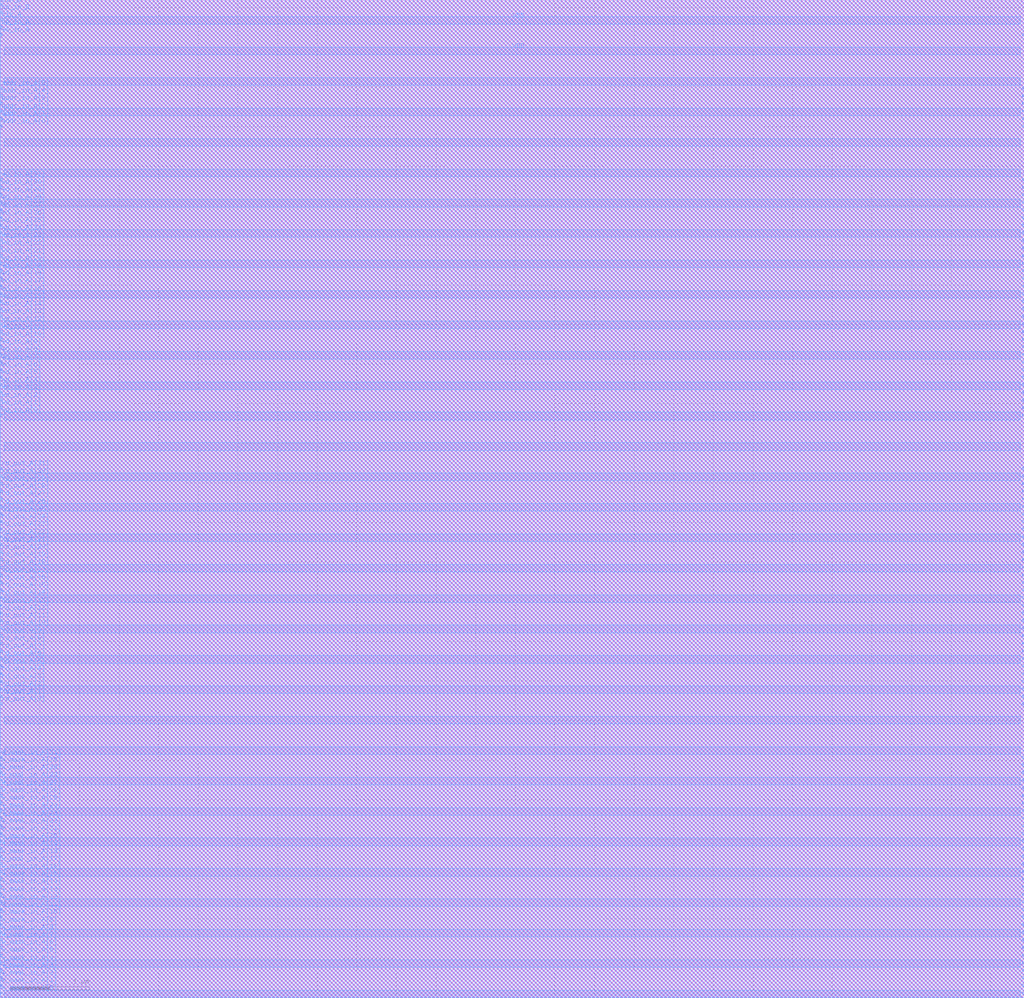
<source format=lef>
# Generated by FakeRAM 2.0
VERSION 5.7 ;
BUSBITCHARS "[]" ;
PROPERTYDEFINITIONS
  MACRO width INTEGER ;
  MACRO depth INTEGER ;
  MACRO banks INTEGER ;
END PROPERTYDEFINITIONS
MACRO fakeram7_tdp_64x32
  PROPERTY width 32 ;
  PROPERTY depth 64 ;
  PROPERTY banks 2 ;
  FOREIGN fakeram7_tdp_64x32 0 0 ;
  SYMMETRY X Y ;
  SIZE 12.920 BY 12.600 ;
  CLASS BLOCK ;
  PIN w_mask_in_A[0]
    DIRECTION INPUT ;
    USE SIGNAL ;
    SHAPE ABUTMENT ;
    PORT
      LAYER M4 ;
      RECT 0.000 0.048 0.024 0.072 ;
    END
  END w_mask_in_A[0]
  PIN w_mask_in_B[0]
    DIRECTION INPUT ;
    USE SIGNAL ;
    SHAPE ABUTMENT ;
    PORT
      LAYER M4 ;
      RECT 12.896 0.048 12.920 0.072 ;
    END
  END w_mask_in_B[0]
  PIN w_mask_in_A[1]
    DIRECTION INPUT ;
    USE SIGNAL ;
    SHAPE ABUTMENT ;
    PORT
      LAYER M4 ;
      RECT 0.000 0.144 0.024 0.168 ;
    END
  END w_mask_in_A[1]
  PIN w_mask_in_B[1]
    DIRECTION INPUT ;
    USE SIGNAL ;
    SHAPE ABUTMENT ;
    PORT
      LAYER M4 ;
      RECT 12.896 0.144 12.920 0.168 ;
    END
  END w_mask_in_B[1]
  PIN w_mask_in_A[2]
    DIRECTION INPUT ;
    USE SIGNAL ;
    SHAPE ABUTMENT ;
    PORT
      LAYER M4 ;
      RECT 0.000 0.240 0.024 0.264 ;
    END
  END w_mask_in_A[2]
  PIN w_mask_in_B[2]
    DIRECTION INPUT ;
    USE SIGNAL ;
    SHAPE ABUTMENT ;
    PORT
      LAYER M4 ;
      RECT 12.896 0.240 12.920 0.264 ;
    END
  END w_mask_in_B[2]
  PIN w_mask_in_A[3]
    DIRECTION INPUT ;
    USE SIGNAL ;
    SHAPE ABUTMENT ;
    PORT
      LAYER M4 ;
      RECT 0.000 0.336 0.024 0.360 ;
    END
  END w_mask_in_A[3]
  PIN w_mask_in_B[3]
    DIRECTION INPUT ;
    USE SIGNAL ;
    SHAPE ABUTMENT ;
    PORT
      LAYER M4 ;
      RECT 12.896 0.336 12.920 0.360 ;
    END
  END w_mask_in_B[3]
  PIN w_mask_in_A[4]
    DIRECTION INPUT ;
    USE SIGNAL ;
    SHAPE ABUTMENT ;
    PORT
      LAYER M4 ;
      RECT 0.000 0.432 0.024 0.456 ;
    END
  END w_mask_in_A[4]
  PIN w_mask_in_B[4]
    DIRECTION INPUT ;
    USE SIGNAL ;
    SHAPE ABUTMENT ;
    PORT
      LAYER M4 ;
      RECT 12.896 0.432 12.920 0.456 ;
    END
  END w_mask_in_B[4]
  PIN w_mask_in_A[5]
    DIRECTION INPUT ;
    USE SIGNAL ;
    SHAPE ABUTMENT ;
    PORT
      LAYER M4 ;
      RECT 0.000 0.528 0.024 0.552 ;
    END
  END w_mask_in_A[5]
  PIN w_mask_in_B[5]
    DIRECTION INPUT ;
    USE SIGNAL ;
    SHAPE ABUTMENT ;
    PORT
      LAYER M4 ;
      RECT 12.896 0.528 12.920 0.552 ;
    END
  END w_mask_in_B[5]
  PIN w_mask_in_A[6]
    DIRECTION INPUT ;
    USE SIGNAL ;
    SHAPE ABUTMENT ;
    PORT
      LAYER M4 ;
      RECT 0.000 0.624 0.024 0.648 ;
    END
  END w_mask_in_A[6]
  PIN w_mask_in_B[6]
    DIRECTION INPUT ;
    USE SIGNAL ;
    SHAPE ABUTMENT ;
    PORT
      LAYER M4 ;
      RECT 12.896 0.624 12.920 0.648 ;
    END
  END w_mask_in_B[6]
  PIN w_mask_in_A[7]
    DIRECTION INPUT ;
    USE SIGNAL ;
    SHAPE ABUTMENT ;
    PORT
      LAYER M4 ;
      RECT 0.000 0.720 0.024 0.744 ;
    END
  END w_mask_in_A[7]
  PIN w_mask_in_B[7]
    DIRECTION INPUT ;
    USE SIGNAL ;
    SHAPE ABUTMENT ;
    PORT
      LAYER M4 ;
      RECT 12.896 0.720 12.920 0.744 ;
    END
  END w_mask_in_B[7]
  PIN w_mask_in_A[8]
    DIRECTION INPUT ;
    USE SIGNAL ;
    SHAPE ABUTMENT ;
    PORT
      LAYER M4 ;
      RECT 0.000 0.816 0.024 0.840 ;
    END
  END w_mask_in_A[8]
  PIN w_mask_in_B[8]
    DIRECTION INPUT ;
    USE SIGNAL ;
    SHAPE ABUTMENT ;
    PORT
      LAYER M4 ;
      RECT 12.896 0.816 12.920 0.840 ;
    END
  END w_mask_in_B[8]
  PIN w_mask_in_A[9]
    DIRECTION INPUT ;
    USE SIGNAL ;
    SHAPE ABUTMENT ;
    PORT
      LAYER M4 ;
      RECT 0.000 0.912 0.024 0.936 ;
    END
  END w_mask_in_A[9]
  PIN w_mask_in_B[9]
    DIRECTION INPUT ;
    USE SIGNAL ;
    SHAPE ABUTMENT ;
    PORT
      LAYER M4 ;
      RECT 12.896 0.912 12.920 0.936 ;
    END
  END w_mask_in_B[9]
  PIN w_mask_in_A[10]
    DIRECTION INPUT ;
    USE SIGNAL ;
    SHAPE ABUTMENT ;
    PORT
      LAYER M4 ;
      RECT 0.000 1.008 0.024 1.032 ;
    END
  END w_mask_in_A[10]
  PIN w_mask_in_B[10]
    DIRECTION INPUT ;
    USE SIGNAL ;
    SHAPE ABUTMENT ;
    PORT
      LAYER M4 ;
      RECT 12.896 1.008 12.920 1.032 ;
    END
  END w_mask_in_B[10]
  PIN w_mask_in_A[11]
    DIRECTION INPUT ;
    USE SIGNAL ;
    SHAPE ABUTMENT ;
    PORT
      LAYER M4 ;
      RECT 0.000 1.104 0.024 1.128 ;
    END
  END w_mask_in_A[11]
  PIN w_mask_in_B[11]
    DIRECTION INPUT ;
    USE SIGNAL ;
    SHAPE ABUTMENT ;
    PORT
      LAYER M4 ;
      RECT 12.896 1.104 12.920 1.128 ;
    END
  END w_mask_in_B[11]
  PIN w_mask_in_A[12]
    DIRECTION INPUT ;
    USE SIGNAL ;
    SHAPE ABUTMENT ;
    PORT
      LAYER M4 ;
      RECT 0.000 1.200 0.024 1.224 ;
    END
  END w_mask_in_A[12]
  PIN w_mask_in_B[12]
    DIRECTION INPUT ;
    USE SIGNAL ;
    SHAPE ABUTMENT ;
    PORT
      LAYER M4 ;
      RECT 12.896 1.200 12.920 1.224 ;
    END
  END w_mask_in_B[12]
  PIN w_mask_in_A[13]
    DIRECTION INPUT ;
    USE SIGNAL ;
    SHAPE ABUTMENT ;
    PORT
      LAYER M4 ;
      RECT 0.000 1.296 0.024 1.320 ;
    END
  END w_mask_in_A[13]
  PIN w_mask_in_B[13]
    DIRECTION INPUT ;
    USE SIGNAL ;
    SHAPE ABUTMENT ;
    PORT
      LAYER M4 ;
      RECT 12.896 1.296 12.920 1.320 ;
    END
  END w_mask_in_B[13]
  PIN w_mask_in_A[14]
    DIRECTION INPUT ;
    USE SIGNAL ;
    SHAPE ABUTMENT ;
    PORT
      LAYER M4 ;
      RECT 0.000 1.392 0.024 1.416 ;
    END
  END w_mask_in_A[14]
  PIN w_mask_in_B[14]
    DIRECTION INPUT ;
    USE SIGNAL ;
    SHAPE ABUTMENT ;
    PORT
      LAYER M4 ;
      RECT 12.896 1.392 12.920 1.416 ;
    END
  END w_mask_in_B[14]
  PIN w_mask_in_A[15]
    DIRECTION INPUT ;
    USE SIGNAL ;
    SHAPE ABUTMENT ;
    PORT
      LAYER M4 ;
      RECT 0.000 1.488 0.024 1.512 ;
    END
  END w_mask_in_A[15]
  PIN w_mask_in_B[15]
    DIRECTION INPUT ;
    USE SIGNAL ;
    SHAPE ABUTMENT ;
    PORT
      LAYER M4 ;
      RECT 12.896 1.488 12.920 1.512 ;
    END
  END w_mask_in_B[15]
  PIN w_mask_in_A[16]
    DIRECTION INPUT ;
    USE SIGNAL ;
    SHAPE ABUTMENT ;
    PORT
      LAYER M4 ;
      RECT 0.000 1.584 0.024 1.608 ;
    END
  END w_mask_in_A[16]
  PIN w_mask_in_B[16]
    DIRECTION INPUT ;
    USE SIGNAL ;
    SHAPE ABUTMENT ;
    PORT
      LAYER M4 ;
      RECT 12.896 1.584 12.920 1.608 ;
    END
  END w_mask_in_B[16]
  PIN w_mask_in_A[17]
    DIRECTION INPUT ;
    USE SIGNAL ;
    SHAPE ABUTMENT ;
    PORT
      LAYER M4 ;
      RECT 0.000 1.680 0.024 1.704 ;
    END
  END w_mask_in_A[17]
  PIN w_mask_in_B[17]
    DIRECTION INPUT ;
    USE SIGNAL ;
    SHAPE ABUTMENT ;
    PORT
      LAYER M4 ;
      RECT 12.896 1.680 12.920 1.704 ;
    END
  END w_mask_in_B[17]
  PIN w_mask_in_A[18]
    DIRECTION INPUT ;
    USE SIGNAL ;
    SHAPE ABUTMENT ;
    PORT
      LAYER M4 ;
      RECT 0.000 1.776 0.024 1.800 ;
    END
  END w_mask_in_A[18]
  PIN w_mask_in_B[18]
    DIRECTION INPUT ;
    USE SIGNAL ;
    SHAPE ABUTMENT ;
    PORT
      LAYER M4 ;
      RECT 12.896 1.776 12.920 1.800 ;
    END
  END w_mask_in_B[18]
  PIN w_mask_in_A[19]
    DIRECTION INPUT ;
    USE SIGNAL ;
    SHAPE ABUTMENT ;
    PORT
      LAYER M4 ;
      RECT 0.000 1.872 0.024 1.896 ;
    END
  END w_mask_in_A[19]
  PIN w_mask_in_B[19]
    DIRECTION INPUT ;
    USE SIGNAL ;
    SHAPE ABUTMENT ;
    PORT
      LAYER M4 ;
      RECT 12.896 1.872 12.920 1.896 ;
    END
  END w_mask_in_B[19]
  PIN w_mask_in_A[20]
    DIRECTION INPUT ;
    USE SIGNAL ;
    SHAPE ABUTMENT ;
    PORT
      LAYER M4 ;
      RECT 0.000 1.968 0.024 1.992 ;
    END
  END w_mask_in_A[20]
  PIN w_mask_in_B[20]
    DIRECTION INPUT ;
    USE SIGNAL ;
    SHAPE ABUTMENT ;
    PORT
      LAYER M4 ;
      RECT 12.896 1.968 12.920 1.992 ;
    END
  END w_mask_in_B[20]
  PIN w_mask_in_A[21]
    DIRECTION INPUT ;
    USE SIGNAL ;
    SHAPE ABUTMENT ;
    PORT
      LAYER M4 ;
      RECT 0.000 2.064 0.024 2.088 ;
    END
  END w_mask_in_A[21]
  PIN w_mask_in_B[21]
    DIRECTION INPUT ;
    USE SIGNAL ;
    SHAPE ABUTMENT ;
    PORT
      LAYER M4 ;
      RECT 12.896 2.064 12.920 2.088 ;
    END
  END w_mask_in_B[21]
  PIN w_mask_in_A[22]
    DIRECTION INPUT ;
    USE SIGNAL ;
    SHAPE ABUTMENT ;
    PORT
      LAYER M4 ;
      RECT 0.000 2.160 0.024 2.184 ;
    END
  END w_mask_in_A[22]
  PIN w_mask_in_B[22]
    DIRECTION INPUT ;
    USE SIGNAL ;
    SHAPE ABUTMENT ;
    PORT
      LAYER M4 ;
      RECT 12.896 2.160 12.920 2.184 ;
    END
  END w_mask_in_B[22]
  PIN w_mask_in_A[23]
    DIRECTION INPUT ;
    USE SIGNAL ;
    SHAPE ABUTMENT ;
    PORT
      LAYER M4 ;
      RECT 0.000 2.256 0.024 2.280 ;
    END
  END w_mask_in_A[23]
  PIN w_mask_in_B[23]
    DIRECTION INPUT ;
    USE SIGNAL ;
    SHAPE ABUTMENT ;
    PORT
      LAYER M4 ;
      RECT 12.896 2.256 12.920 2.280 ;
    END
  END w_mask_in_B[23]
  PIN w_mask_in_A[24]
    DIRECTION INPUT ;
    USE SIGNAL ;
    SHAPE ABUTMENT ;
    PORT
      LAYER M4 ;
      RECT 0.000 2.352 0.024 2.376 ;
    END
  END w_mask_in_A[24]
  PIN w_mask_in_B[24]
    DIRECTION INPUT ;
    USE SIGNAL ;
    SHAPE ABUTMENT ;
    PORT
      LAYER M4 ;
      RECT 12.896 2.352 12.920 2.376 ;
    END
  END w_mask_in_B[24]
  PIN w_mask_in_A[25]
    DIRECTION INPUT ;
    USE SIGNAL ;
    SHAPE ABUTMENT ;
    PORT
      LAYER M4 ;
      RECT 0.000 2.448 0.024 2.472 ;
    END
  END w_mask_in_A[25]
  PIN w_mask_in_B[25]
    DIRECTION INPUT ;
    USE SIGNAL ;
    SHAPE ABUTMENT ;
    PORT
      LAYER M4 ;
      RECT 12.896 2.448 12.920 2.472 ;
    END
  END w_mask_in_B[25]
  PIN w_mask_in_A[26]
    DIRECTION INPUT ;
    USE SIGNAL ;
    SHAPE ABUTMENT ;
    PORT
      LAYER M4 ;
      RECT 0.000 2.544 0.024 2.568 ;
    END
  END w_mask_in_A[26]
  PIN w_mask_in_B[26]
    DIRECTION INPUT ;
    USE SIGNAL ;
    SHAPE ABUTMENT ;
    PORT
      LAYER M4 ;
      RECT 12.896 2.544 12.920 2.568 ;
    END
  END w_mask_in_B[26]
  PIN w_mask_in_A[27]
    DIRECTION INPUT ;
    USE SIGNAL ;
    SHAPE ABUTMENT ;
    PORT
      LAYER M4 ;
      RECT 0.000 2.640 0.024 2.664 ;
    END
  END w_mask_in_A[27]
  PIN w_mask_in_B[27]
    DIRECTION INPUT ;
    USE SIGNAL ;
    SHAPE ABUTMENT ;
    PORT
      LAYER M4 ;
      RECT 12.896 2.640 12.920 2.664 ;
    END
  END w_mask_in_B[27]
  PIN w_mask_in_A[28]
    DIRECTION INPUT ;
    USE SIGNAL ;
    SHAPE ABUTMENT ;
    PORT
      LAYER M4 ;
      RECT 0.000 2.736 0.024 2.760 ;
    END
  END w_mask_in_A[28]
  PIN w_mask_in_B[28]
    DIRECTION INPUT ;
    USE SIGNAL ;
    SHAPE ABUTMENT ;
    PORT
      LAYER M4 ;
      RECT 12.896 2.736 12.920 2.760 ;
    END
  END w_mask_in_B[28]
  PIN w_mask_in_A[29]
    DIRECTION INPUT ;
    USE SIGNAL ;
    SHAPE ABUTMENT ;
    PORT
      LAYER M4 ;
      RECT 0.000 2.832 0.024 2.856 ;
    END
  END w_mask_in_A[29]
  PIN w_mask_in_B[29]
    DIRECTION INPUT ;
    USE SIGNAL ;
    SHAPE ABUTMENT ;
    PORT
      LAYER M4 ;
      RECT 12.896 2.832 12.920 2.856 ;
    END
  END w_mask_in_B[29]
  PIN w_mask_in_A[30]
    DIRECTION INPUT ;
    USE SIGNAL ;
    SHAPE ABUTMENT ;
    PORT
      LAYER M4 ;
      RECT 0.000 2.928 0.024 2.952 ;
    END
  END w_mask_in_A[30]
  PIN w_mask_in_B[30]
    DIRECTION INPUT ;
    USE SIGNAL ;
    SHAPE ABUTMENT ;
    PORT
      LAYER M4 ;
      RECT 12.896 2.928 12.920 2.952 ;
    END
  END w_mask_in_B[30]
  PIN w_mask_in_A[31]
    DIRECTION INPUT ;
    USE SIGNAL ;
    SHAPE ABUTMENT ;
    PORT
      LAYER M4 ;
      RECT 0.000 3.024 0.024 3.048 ;
    END
  END w_mask_in_A[31]
  PIN w_mask_in_B[31]
    DIRECTION INPUT ;
    USE SIGNAL ;
    SHAPE ABUTMENT ;
    PORT
      LAYER M4 ;
      RECT 12.896 3.024 12.920 3.048 ;
    END
  END w_mask_in_B[31]
  PIN rd_out_A[0]
    DIRECTION OUTPUT ;
    USE SIGNAL ;
    SHAPE ABUTMENT ;
    PORT
      LAYER M4 ;
      RECT 0.000 3.696 0.024 3.720 ;
    END
  END rd_out_A[0]
  PIN rd_out_B[0]
    DIRECTION OUTPUT ;
    USE SIGNAL ;
    SHAPE ABUTMENT ;
    PORT
      LAYER M4 ;
      RECT 12.896 3.696 12.920 3.720 ;
    END
  END rd_out_B[0]
  PIN rd_out_A[1]
    DIRECTION OUTPUT ;
    USE SIGNAL ;
    SHAPE ABUTMENT ;
    PORT
      LAYER M4 ;
      RECT 0.000 3.792 0.024 3.816 ;
    END
  END rd_out_A[1]
  PIN rd_out_B[1]
    DIRECTION OUTPUT ;
    USE SIGNAL ;
    SHAPE ABUTMENT ;
    PORT
      LAYER M4 ;
      RECT 12.896 3.792 12.920 3.816 ;
    END
  END rd_out_B[1]
  PIN rd_out_A[2]
    DIRECTION OUTPUT ;
    USE SIGNAL ;
    SHAPE ABUTMENT ;
    PORT
      LAYER M4 ;
      RECT 0.000 3.888 0.024 3.912 ;
    END
  END rd_out_A[2]
  PIN rd_out_B[2]
    DIRECTION OUTPUT ;
    USE SIGNAL ;
    SHAPE ABUTMENT ;
    PORT
      LAYER M4 ;
      RECT 12.896 3.888 12.920 3.912 ;
    END
  END rd_out_B[2]
  PIN rd_out_A[3]
    DIRECTION OUTPUT ;
    USE SIGNAL ;
    SHAPE ABUTMENT ;
    PORT
      LAYER M4 ;
      RECT 0.000 3.984 0.024 4.008 ;
    END
  END rd_out_A[3]
  PIN rd_out_B[3]
    DIRECTION OUTPUT ;
    USE SIGNAL ;
    SHAPE ABUTMENT ;
    PORT
      LAYER M4 ;
      RECT 12.896 3.984 12.920 4.008 ;
    END
  END rd_out_B[3]
  PIN rd_out_A[4]
    DIRECTION OUTPUT ;
    USE SIGNAL ;
    SHAPE ABUTMENT ;
    PORT
      LAYER M4 ;
      RECT 0.000 4.080 0.024 4.104 ;
    END
  END rd_out_A[4]
  PIN rd_out_B[4]
    DIRECTION OUTPUT ;
    USE SIGNAL ;
    SHAPE ABUTMENT ;
    PORT
      LAYER M4 ;
      RECT 12.896 4.080 12.920 4.104 ;
    END
  END rd_out_B[4]
  PIN rd_out_A[5]
    DIRECTION OUTPUT ;
    USE SIGNAL ;
    SHAPE ABUTMENT ;
    PORT
      LAYER M4 ;
      RECT 0.000 4.176 0.024 4.200 ;
    END
  END rd_out_A[5]
  PIN rd_out_B[5]
    DIRECTION OUTPUT ;
    USE SIGNAL ;
    SHAPE ABUTMENT ;
    PORT
      LAYER M4 ;
      RECT 12.896 4.176 12.920 4.200 ;
    END
  END rd_out_B[5]
  PIN rd_out_A[6]
    DIRECTION OUTPUT ;
    USE SIGNAL ;
    SHAPE ABUTMENT ;
    PORT
      LAYER M4 ;
      RECT 0.000 4.272 0.024 4.296 ;
    END
  END rd_out_A[6]
  PIN rd_out_B[6]
    DIRECTION OUTPUT ;
    USE SIGNAL ;
    SHAPE ABUTMENT ;
    PORT
      LAYER M4 ;
      RECT 12.896 4.272 12.920 4.296 ;
    END
  END rd_out_B[6]
  PIN rd_out_A[7]
    DIRECTION OUTPUT ;
    USE SIGNAL ;
    SHAPE ABUTMENT ;
    PORT
      LAYER M4 ;
      RECT 0.000 4.368 0.024 4.392 ;
    END
  END rd_out_A[7]
  PIN rd_out_B[7]
    DIRECTION OUTPUT ;
    USE SIGNAL ;
    SHAPE ABUTMENT ;
    PORT
      LAYER M4 ;
      RECT 12.896 4.368 12.920 4.392 ;
    END
  END rd_out_B[7]
  PIN rd_out_A[8]
    DIRECTION OUTPUT ;
    USE SIGNAL ;
    SHAPE ABUTMENT ;
    PORT
      LAYER M4 ;
      RECT 0.000 4.464 0.024 4.488 ;
    END
  END rd_out_A[8]
  PIN rd_out_B[8]
    DIRECTION OUTPUT ;
    USE SIGNAL ;
    SHAPE ABUTMENT ;
    PORT
      LAYER M4 ;
      RECT 12.896 4.464 12.920 4.488 ;
    END
  END rd_out_B[8]
  PIN rd_out_A[9]
    DIRECTION OUTPUT ;
    USE SIGNAL ;
    SHAPE ABUTMENT ;
    PORT
      LAYER M4 ;
      RECT 0.000 4.560 0.024 4.584 ;
    END
  END rd_out_A[9]
  PIN rd_out_B[9]
    DIRECTION OUTPUT ;
    USE SIGNAL ;
    SHAPE ABUTMENT ;
    PORT
      LAYER M4 ;
      RECT 12.896 4.560 12.920 4.584 ;
    END
  END rd_out_B[9]
  PIN rd_out_A[10]
    DIRECTION OUTPUT ;
    USE SIGNAL ;
    SHAPE ABUTMENT ;
    PORT
      LAYER M4 ;
      RECT 0.000 4.656 0.024 4.680 ;
    END
  END rd_out_A[10]
  PIN rd_out_B[10]
    DIRECTION OUTPUT ;
    USE SIGNAL ;
    SHAPE ABUTMENT ;
    PORT
      LAYER M4 ;
      RECT 12.896 4.656 12.920 4.680 ;
    END
  END rd_out_B[10]
  PIN rd_out_A[11]
    DIRECTION OUTPUT ;
    USE SIGNAL ;
    SHAPE ABUTMENT ;
    PORT
      LAYER M4 ;
      RECT 0.000 4.752 0.024 4.776 ;
    END
  END rd_out_A[11]
  PIN rd_out_B[11]
    DIRECTION OUTPUT ;
    USE SIGNAL ;
    SHAPE ABUTMENT ;
    PORT
      LAYER M4 ;
      RECT 12.896 4.752 12.920 4.776 ;
    END
  END rd_out_B[11]
  PIN rd_out_A[12]
    DIRECTION OUTPUT ;
    USE SIGNAL ;
    SHAPE ABUTMENT ;
    PORT
      LAYER M4 ;
      RECT 0.000 4.848 0.024 4.872 ;
    END
  END rd_out_A[12]
  PIN rd_out_B[12]
    DIRECTION OUTPUT ;
    USE SIGNAL ;
    SHAPE ABUTMENT ;
    PORT
      LAYER M4 ;
      RECT 12.896 4.848 12.920 4.872 ;
    END
  END rd_out_B[12]
  PIN rd_out_A[13]
    DIRECTION OUTPUT ;
    USE SIGNAL ;
    SHAPE ABUTMENT ;
    PORT
      LAYER M4 ;
      RECT 0.000 4.944 0.024 4.968 ;
    END
  END rd_out_A[13]
  PIN rd_out_B[13]
    DIRECTION OUTPUT ;
    USE SIGNAL ;
    SHAPE ABUTMENT ;
    PORT
      LAYER M4 ;
      RECT 12.896 4.944 12.920 4.968 ;
    END
  END rd_out_B[13]
  PIN rd_out_A[14]
    DIRECTION OUTPUT ;
    USE SIGNAL ;
    SHAPE ABUTMENT ;
    PORT
      LAYER M4 ;
      RECT 0.000 5.040 0.024 5.064 ;
    END
  END rd_out_A[14]
  PIN rd_out_B[14]
    DIRECTION OUTPUT ;
    USE SIGNAL ;
    SHAPE ABUTMENT ;
    PORT
      LAYER M4 ;
      RECT 12.896 5.040 12.920 5.064 ;
    END
  END rd_out_B[14]
  PIN rd_out_A[15]
    DIRECTION OUTPUT ;
    USE SIGNAL ;
    SHAPE ABUTMENT ;
    PORT
      LAYER M4 ;
      RECT 0.000 5.136 0.024 5.160 ;
    END
  END rd_out_A[15]
  PIN rd_out_B[15]
    DIRECTION OUTPUT ;
    USE SIGNAL ;
    SHAPE ABUTMENT ;
    PORT
      LAYER M4 ;
      RECT 12.896 5.136 12.920 5.160 ;
    END
  END rd_out_B[15]
  PIN rd_out_A[16]
    DIRECTION OUTPUT ;
    USE SIGNAL ;
    SHAPE ABUTMENT ;
    PORT
      LAYER M4 ;
      RECT 0.000 5.232 0.024 5.256 ;
    END
  END rd_out_A[16]
  PIN rd_out_B[16]
    DIRECTION OUTPUT ;
    USE SIGNAL ;
    SHAPE ABUTMENT ;
    PORT
      LAYER M4 ;
      RECT 12.896 5.232 12.920 5.256 ;
    END
  END rd_out_B[16]
  PIN rd_out_A[17]
    DIRECTION OUTPUT ;
    USE SIGNAL ;
    SHAPE ABUTMENT ;
    PORT
      LAYER M4 ;
      RECT 0.000 5.328 0.024 5.352 ;
    END
  END rd_out_A[17]
  PIN rd_out_B[17]
    DIRECTION OUTPUT ;
    USE SIGNAL ;
    SHAPE ABUTMENT ;
    PORT
      LAYER M4 ;
      RECT 12.896 5.328 12.920 5.352 ;
    END
  END rd_out_B[17]
  PIN rd_out_A[18]
    DIRECTION OUTPUT ;
    USE SIGNAL ;
    SHAPE ABUTMENT ;
    PORT
      LAYER M4 ;
      RECT 0.000 5.424 0.024 5.448 ;
    END
  END rd_out_A[18]
  PIN rd_out_B[18]
    DIRECTION OUTPUT ;
    USE SIGNAL ;
    SHAPE ABUTMENT ;
    PORT
      LAYER M4 ;
      RECT 12.896 5.424 12.920 5.448 ;
    END
  END rd_out_B[18]
  PIN rd_out_A[19]
    DIRECTION OUTPUT ;
    USE SIGNAL ;
    SHAPE ABUTMENT ;
    PORT
      LAYER M4 ;
      RECT 0.000 5.520 0.024 5.544 ;
    END
  END rd_out_A[19]
  PIN rd_out_B[19]
    DIRECTION OUTPUT ;
    USE SIGNAL ;
    SHAPE ABUTMENT ;
    PORT
      LAYER M4 ;
      RECT 12.896 5.520 12.920 5.544 ;
    END
  END rd_out_B[19]
  PIN rd_out_A[20]
    DIRECTION OUTPUT ;
    USE SIGNAL ;
    SHAPE ABUTMENT ;
    PORT
      LAYER M4 ;
      RECT 0.000 5.616 0.024 5.640 ;
    END
  END rd_out_A[20]
  PIN rd_out_B[20]
    DIRECTION OUTPUT ;
    USE SIGNAL ;
    SHAPE ABUTMENT ;
    PORT
      LAYER M4 ;
      RECT 12.896 5.616 12.920 5.640 ;
    END
  END rd_out_B[20]
  PIN rd_out_A[21]
    DIRECTION OUTPUT ;
    USE SIGNAL ;
    SHAPE ABUTMENT ;
    PORT
      LAYER M4 ;
      RECT 0.000 5.712 0.024 5.736 ;
    END
  END rd_out_A[21]
  PIN rd_out_B[21]
    DIRECTION OUTPUT ;
    USE SIGNAL ;
    SHAPE ABUTMENT ;
    PORT
      LAYER M4 ;
      RECT 12.896 5.712 12.920 5.736 ;
    END
  END rd_out_B[21]
  PIN rd_out_A[22]
    DIRECTION OUTPUT ;
    USE SIGNAL ;
    SHAPE ABUTMENT ;
    PORT
      LAYER M4 ;
      RECT 0.000 5.808 0.024 5.832 ;
    END
  END rd_out_A[22]
  PIN rd_out_B[22]
    DIRECTION OUTPUT ;
    USE SIGNAL ;
    SHAPE ABUTMENT ;
    PORT
      LAYER M4 ;
      RECT 12.896 5.808 12.920 5.832 ;
    END
  END rd_out_B[22]
  PIN rd_out_A[23]
    DIRECTION OUTPUT ;
    USE SIGNAL ;
    SHAPE ABUTMENT ;
    PORT
      LAYER M4 ;
      RECT 0.000 5.904 0.024 5.928 ;
    END
  END rd_out_A[23]
  PIN rd_out_B[23]
    DIRECTION OUTPUT ;
    USE SIGNAL ;
    SHAPE ABUTMENT ;
    PORT
      LAYER M4 ;
      RECT 12.896 5.904 12.920 5.928 ;
    END
  END rd_out_B[23]
  PIN rd_out_A[24]
    DIRECTION OUTPUT ;
    USE SIGNAL ;
    SHAPE ABUTMENT ;
    PORT
      LAYER M4 ;
      RECT 0.000 6.000 0.024 6.024 ;
    END
  END rd_out_A[24]
  PIN rd_out_B[24]
    DIRECTION OUTPUT ;
    USE SIGNAL ;
    SHAPE ABUTMENT ;
    PORT
      LAYER M4 ;
      RECT 12.896 6.000 12.920 6.024 ;
    END
  END rd_out_B[24]
  PIN rd_out_A[25]
    DIRECTION OUTPUT ;
    USE SIGNAL ;
    SHAPE ABUTMENT ;
    PORT
      LAYER M4 ;
      RECT 0.000 6.096 0.024 6.120 ;
    END
  END rd_out_A[25]
  PIN rd_out_B[25]
    DIRECTION OUTPUT ;
    USE SIGNAL ;
    SHAPE ABUTMENT ;
    PORT
      LAYER M4 ;
      RECT 12.896 6.096 12.920 6.120 ;
    END
  END rd_out_B[25]
  PIN rd_out_A[26]
    DIRECTION OUTPUT ;
    USE SIGNAL ;
    SHAPE ABUTMENT ;
    PORT
      LAYER M4 ;
      RECT 0.000 6.192 0.024 6.216 ;
    END
  END rd_out_A[26]
  PIN rd_out_B[26]
    DIRECTION OUTPUT ;
    USE SIGNAL ;
    SHAPE ABUTMENT ;
    PORT
      LAYER M4 ;
      RECT 12.896 6.192 12.920 6.216 ;
    END
  END rd_out_B[26]
  PIN rd_out_A[27]
    DIRECTION OUTPUT ;
    USE SIGNAL ;
    SHAPE ABUTMENT ;
    PORT
      LAYER M4 ;
      RECT 0.000 6.288 0.024 6.312 ;
    END
  END rd_out_A[27]
  PIN rd_out_B[27]
    DIRECTION OUTPUT ;
    USE SIGNAL ;
    SHAPE ABUTMENT ;
    PORT
      LAYER M4 ;
      RECT 12.896 6.288 12.920 6.312 ;
    END
  END rd_out_B[27]
  PIN rd_out_A[28]
    DIRECTION OUTPUT ;
    USE SIGNAL ;
    SHAPE ABUTMENT ;
    PORT
      LAYER M4 ;
      RECT 0.000 6.384 0.024 6.408 ;
    END
  END rd_out_A[28]
  PIN rd_out_B[28]
    DIRECTION OUTPUT ;
    USE SIGNAL ;
    SHAPE ABUTMENT ;
    PORT
      LAYER M4 ;
      RECT 12.896 6.384 12.920 6.408 ;
    END
  END rd_out_B[28]
  PIN rd_out_A[29]
    DIRECTION OUTPUT ;
    USE SIGNAL ;
    SHAPE ABUTMENT ;
    PORT
      LAYER M4 ;
      RECT 0.000 6.480 0.024 6.504 ;
    END
  END rd_out_A[29]
  PIN rd_out_B[29]
    DIRECTION OUTPUT ;
    USE SIGNAL ;
    SHAPE ABUTMENT ;
    PORT
      LAYER M4 ;
      RECT 12.896 6.480 12.920 6.504 ;
    END
  END rd_out_B[29]
  PIN rd_out_A[30]
    DIRECTION OUTPUT ;
    USE SIGNAL ;
    SHAPE ABUTMENT ;
    PORT
      LAYER M4 ;
      RECT 0.000 6.576 0.024 6.600 ;
    END
  END rd_out_A[30]
  PIN rd_out_B[30]
    DIRECTION OUTPUT ;
    USE SIGNAL ;
    SHAPE ABUTMENT ;
    PORT
      LAYER M4 ;
      RECT 12.896 6.576 12.920 6.600 ;
    END
  END rd_out_B[30]
  PIN rd_out_A[31]
    DIRECTION OUTPUT ;
    USE SIGNAL ;
    SHAPE ABUTMENT ;
    PORT
      LAYER M4 ;
      RECT 0.000 6.672 0.024 6.696 ;
    END
  END rd_out_A[31]
  PIN rd_out_B[31]
    DIRECTION OUTPUT ;
    USE SIGNAL ;
    SHAPE ABUTMENT ;
    PORT
      LAYER M4 ;
      RECT 12.896 6.672 12.920 6.696 ;
    END
  END rd_out_B[31]
  PIN wd_in_A[0]
    DIRECTION INPUT ;
    USE SIGNAL ;
    SHAPE ABUTMENT ;
    PORT
      LAYER M4 ;
      RECT 0.000 7.344 0.024 7.368 ;
    END
  END wd_in_A[0]
  PIN wd_in_B[0]
    DIRECTION INPUT ;
    USE SIGNAL ;
    SHAPE ABUTMENT ;
    PORT
      LAYER M4 ;
      RECT 12.896 7.344 12.920 7.368 ;
    END
  END wd_in_B[0]
  PIN wd_in_A[1]
    DIRECTION INPUT ;
    USE SIGNAL ;
    SHAPE ABUTMENT ;
    PORT
      LAYER M4 ;
      RECT 0.000 7.440 0.024 7.464 ;
    END
  END wd_in_A[1]
  PIN wd_in_B[1]
    DIRECTION INPUT ;
    USE SIGNAL ;
    SHAPE ABUTMENT ;
    PORT
      LAYER M4 ;
      RECT 12.896 7.440 12.920 7.464 ;
    END
  END wd_in_B[1]
  PIN wd_in_A[2]
    DIRECTION INPUT ;
    USE SIGNAL ;
    SHAPE ABUTMENT ;
    PORT
      LAYER M4 ;
      RECT 0.000 7.536 0.024 7.560 ;
    END
  END wd_in_A[2]
  PIN wd_in_B[2]
    DIRECTION INPUT ;
    USE SIGNAL ;
    SHAPE ABUTMENT ;
    PORT
      LAYER M4 ;
      RECT 12.896 7.536 12.920 7.560 ;
    END
  END wd_in_B[2]
  PIN wd_in_A[3]
    DIRECTION INPUT ;
    USE SIGNAL ;
    SHAPE ABUTMENT ;
    PORT
      LAYER M4 ;
      RECT 0.000 7.632 0.024 7.656 ;
    END
  END wd_in_A[3]
  PIN wd_in_B[3]
    DIRECTION INPUT ;
    USE SIGNAL ;
    SHAPE ABUTMENT ;
    PORT
      LAYER M4 ;
      RECT 12.896 7.632 12.920 7.656 ;
    END
  END wd_in_B[3]
  PIN wd_in_A[4]
    DIRECTION INPUT ;
    USE SIGNAL ;
    SHAPE ABUTMENT ;
    PORT
      LAYER M4 ;
      RECT 0.000 7.728 0.024 7.752 ;
    END
  END wd_in_A[4]
  PIN wd_in_B[4]
    DIRECTION INPUT ;
    USE SIGNAL ;
    SHAPE ABUTMENT ;
    PORT
      LAYER M4 ;
      RECT 12.896 7.728 12.920 7.752 ;
    END
  END wd_in_B[4]
  PIN wd_in_A[5]
    DIRECTION INPUT ;
    USE SIGNAL ;
    SHAPE ABUTMENT ;
    PORT
      LAYER M4 ;
      RECT 0.000 7.824 0.024 7.848 ;
    END
  END wd_in_A[5]
  PIN wd_in_B[5]
    DIRECTION INPUT ;
    USE SIGNAL ;
    SHAPE ABUTMENT ;
    PORT
      LAYER M4 ;
      RECT 12.896 7.824 12.920 7.848 ;
    END
  END wd_in_B[5]
  PIN wd_in_A[6]
    DIRECTION INPUT ;
    USE SIGNAL ;
    SHAPE ABUTMENT ;
    PORT
      LAYER M4 ;
      RECT 0.000 7.920 0.024 7.944 ;
    END
  END wd_in_A[6]
  PIN wd_in_B[6]
    DIRECTION INPUT ;
    USE SIGNAL ;
    SHAPE ABUTMENT ;
    PORT
      LAYER M4 ;
      RECT 12.896 7.920 12.920 7.944 ;
    END
  END wd_in_B[6]
  PIN wd_in_A[7]
    DIRECTION INPUT ;
    USE SIGNAL ;
    SHAPE ABUTMENT ;
    PORT
      LAYER M4 ;
      RECT 0.000 8.016 0.024 8.040 ;
    END
  END wd_in_A[7]
  PIN wd_in_B[7]
    DIRECTION INPUT ;
    USE SIGNAL ;
    SHAPE ABUTMENT ;
    PORT
      LAYER M4 ;
      RECT 12.896 8.016 12.920 8.040 ;
    END
  END wd_in_B[7]
  PIN wd_in_A[8]
    DIRECTION INPUT ;
    USE SIGNAL ;
    SHAPE ABUTMENT ;
    PORT
      LAYER M4 ;
      RECT 0.000 8.112 0.024 8.136 ;
    END
  END wd_in_A[8]
  PIN wd_in_B[8]
    DIRECTION INPUT ;
    USE SIGNAL ;
    SHAPE ABUTMENT ;
    PORT
      LAYER M4 ;
      RECT 12.896 8.112 12.920 8.136 ;
    END
  END wd_in_B[8]
  PIN wd_in_A[9]
    DIRECTION INPUT ;
    USE SIGNAL ;
    SHAPE ABUTMENT ;
    PORT
      LAYER M4 ;
      RECT 0.000 8.208 0.024 8.232 ;
    END
  END wd_in_A[9]
  PIN wd_in_B[9]
    DIRECTION INPUT ;
    USE SIGNAL ;
    SHAPE ABUTMENT ;
    PORT
      LAYER M4 ;
      RECT 12.896 8.208 12.920 8.232 ;
    END
  END wd_in_B[9]
  PIN wd_in_A[10]
    DIRECTION INPUT ;
    USE SIGNAL ;
    SHAPE ABUTMENT ;
    PORT
      LAYER M4 ;
      RECT 0.000 8.304 0.024 8.328 ;
    END
  END wd_in_A[10]
  PIN wd_in_B[10]
    DIRECTION INPUT ;
    USE SIGNAL ;
    SHAPE ABUTMENT ;
    PORT
      LAYER M4 ;
      RECT 12.896 8.304 12.920 8.328 ;
    END
  END wd_in_B[10]
  PIN wd_in_A[11]
    DIRECTION INPUT ;
    USE SIGNAL ;
    SHAPE ABUTMENT ;
    PORT
      LAYER M4 ;
      RECT 0.000 8.400 0.024 8.424 ;
    END
  END wd_in_A[11]
  PIN wd_in_B[11]
    DIRECTION INPUT ;
    USE SIGNAL ;
    SHAPE ABUTMENT ;
    PORT
      LAYER M4 ;
      RECT 12.896 8.400 12.920 8.424 ;
    END
  END wd_in_B[11]
  PIN wd_in_A[12]
    DIRECTION INPUT ;
    USE SIGNAL ;
    SHAPE ABUTMENT ;
    PORT
      LAYER M4 ;
      RECT 0.000 8.496 0.024 8.520 ;
    END
  END wd_in_A[12]
  PIN wd_in_B[12]
    DIRECTION INPUT ;
    USE SIGNAL ;
    SHAPE ABUTMENT ;
    PORT
      LAYER M4 ;
      RECT 12.896 8.496 12.920 8.520 ;
    END
  END wd_in_B[12]
  PIN wd_in_A[13]
    DIRECTION INPUT ;
    USE SIGNAL ;
    SHAPE ABUTMENT ;
    PORT
      LAYER M4 ;
      RECT 0.000 8.592 0.024 8.616 ;
    END
  END wd_in_A[13]
  PIN wd_in_B[13]
    DIRECTION INPUT ;
    USE SIGNAL ;
    SHAPE ABUTMENT ;
    PORT
      LAYER M4 ;
      RECT 12.896 8.592 12.920 8.616 ;
    END
  END wd_in_B[13]
  PIN wd_in_A[14]
    DIRECTION INPUT ;
    USE SIGNAL ;
    SHAPE ABUTMENT ;
    PORT
      LAYER M4 ;
      RECT 0.000 8.688 0.024 8.712 ;
    END
  END wd_in_A[14]
  PIN wd_in_B[14]
    DIRECTION INPUT ;
    USE SIGNAL ;
    SHAPE ABUTMENT ;
    PORT
      LAYER M4 ;
      RECT 12.896 8.688 12.920 8.712 ;
    END
  END wd_in_B[14]
  PIN wd_in_A[15]
    DIRECTION INPUT ;
    USE SIGNAL ;
    SHAPE ABUTMENT ;
    PORT
      LAYER M4 ;
      RECT 0.000 8.784 0.024 8.808 ;
    END
  END wd_in_A[15]
  PIN wd_in_B[15]
    DIRECTION INPUT ;
    USE SIGNAL ;
    SHAPE ABUTMENT ;
    PORT
      LAYER M4 ;
      RECT 12.896 8.784 12.920 8.808 ;
    END
  END wd_in_B[15]
  PIN wd_in_A[16]
    DIRECTION INPUT ;
    USE SIGNAL ;
    SHAPE ABUTMENT ;
    PORT
      LAYER M4 ;
      RECT 0.000 8.880 0.024 8.904 ;
    END
  END wd_in_A[16]
  PIN wd_in_B[16]
    DIRECTION INPUT ;
    USE SIGNAL ;
    SHAPE ABUTMENT ;
    PORT
      LAYER M4 ;
      RECT 12.896 8.880 12.920 8.904 ;
    END
  END wd_in_B[16]
  PIN wd_in_A[17]
    DIRECTION INPUT ;
    USE SIGNAL ;
    SHAPE ABUTMENT ;
    PORT
      LAYER M4 ;
      RECT 0.000 8.976 0.024 9.000 ;
    END
  END wd_in_A[17]
  PIN wd_in_B[17]
    DIRECTION INPUT ;
    USE SIGNAL ;
    SHAPE ABUTMENT ;
    PORT
      LAYER M4 ;
      RECT 12.896 8.976 12.920 9.000 ;
    END
  END wd_in_B[17]
  PIN wd_in_A[18]
    DIRECTION INPUT ;
    USE SIGNAL ;
    SHAPE ABUTMENT ;
    PORT
      LAYER M4 ;
      RECT 0.000 9.072 0.024 9.096 ;
    END
  END wd_in_A[18]
  PIN wd_in_B[18]
    DIRECTION INPUT ;
    USE SIGNAL ;
    SHAPE ABUTMENT ;
    PORT
      LAYER M4 ;
      RECT 12.896 9.072 12.920 9.096 ;
    END
  END wd_in_B[18]
  PIN wd_in_A[19]
    DIRECTION INPUT ;
    USE SIGNAL ;
    SHAPE ABUTMENT ;
    PORT
      LAYER M4 ;
      RECT 0.000 9.168 0.024 9.192 ;
    END
  END wd_in_A[19]
  PIN wd_in_B[19]
    DIRECTION INPUT ;
    USE SIGNAL ;
    SHAPE ABUTMENT ;
    PORT
      LAYER M4 ;
      RECT 12.896 9.168 12.920 9.192 ;
    END
  END wd_in_B[19]
  PIN wd_in_A[20]
    DIRECTION INPUT ;
    USE SIGNAL ;
    SHAPE ABUTMENT ;
    PORT
      LAYER M4 ;
      RECT 0.000 9.264 0.024 9.288 ;
    END
  END wd_in_A[20]
  PIN wd_in_B[20]
    DIRECTION INPUT ;
    USE SIGNAL ;
    SHAPE ABUTMENT ;
    PORT
      LAYER M4 ;
      RECT 12.896 9.264 12.920 9.288 ;
    END
  END wd_in_B[20]
  PIN wd_in_A[21]
    DIRECTION INPUT ;
    USE SIGNAL ;
    SHAPE ABUTMENT ;
    PORT
      LAYER M4 ;
      RECT 0.000 9.360 0.024 9.384 ;
    END
  END wd_in_A[21]
  PIN wd_in_B[21]
    DIRECTION INPUT ;
    USE SIGNAL ;
    SHAPE ABUTMENT ;
    PORT
      LAYER M4 ;
      RECT 12.896 9.360 12.920 9.384 ;
    END
  END wd_in_B[21]
  PIN wd_in_A[22]
    DIRECTION INPUT ;
    USE SIGNAL ;
    SHAPE ABUTMENT ;
    PORT
      LAYER M4 ;
      RECT 0.000 9.456 0.024 9.480 ;
    END
  END wd_in_A[22]
  PIN wd_in_B[22]
    DIRECTION INPUT ;
    USE SIGNAL ;
    SHAPE ABUTMENT ;
    PORT
      LAYER M4 ;
      RECT 12.896 9.456 12.920 9.480 ;
    END
  END wd_in_B[22]
  PIN wd_in_A[23]
    DIRECTION INPUT ;
    USE SIGNAL ;
    SHAPE ABUTMENT ;
    PORT
      LAYER M4 ;
      RECT 0.000 9.552 0.024 9.576 ;
    END
  END wd_in_A[23]
  PIN wd_in_B[23]
    DIRECTION INPUT ;
    USE SIGNAL ;
    SHAPE ABUTMENT ;
    PORT
      LAYER M4 ;
      RECT 12.896 9.552 12.920 9.576 ;
    END
  END wd_in_B[23]
  PIN wd_in_A[24]
    DIRECTION INPUT ;
    USE SIGNAL ;
    SHAPE ABUTMENT ;
    PORT
      LAYER M4 ;
      RECT 0.000 9.648 0.024 9.672 ;
    END
  END wd_in_A[24]
  PIN wd_in_B[24]
    DIRECTION INPUT ;
    USE SIGNAL ;
    SHAPE ABUTMENT ;
    PORT
      LAYER M4 ;
      RECT 12.896 9.648 12.920 9.672 ;
    END
  END wd_in_B[24]
  PIN wd_in_A[25]
    DIRECTION INPUT ;
    USE SIGNAL ;
    SHAPE ABUTMENT ;
    PORT
      LAYER M4 ;
      RECT 0.000 9.744 0.024 9.768 ;
    END
  END wd_in_A[25]
  PIN wd_in_B[25]
    DIRECTION INPUT ;
    USE SIGNAL ;
    SHAPE ABUTMENT ;
    PORT
      LAYER M4 ;
      RECT 12.896 9.744 12.920 9.768 ;
    END
  END wd_in_B[25]
  PIN wd_in_A[26]
    DIRECTION INPUT ;
    USE SIGNAL ;
    SHAPE ABUTMENT ;
    PORT
      LAYER M4 ;
      RECT 0.000 9.840 0.024 9.864 ;
    END
  END wd_in_A[26]
  PIN wd_in_B[26]
    DIRECTION INPUT ;
    USE SIGNAL ;
    SHAPE ABUTMENT ;
    PORT
      LAYER M4 ;
      RECT 12.896 9.840 12.920 9.864 ;
    END
  END wd_in_B[26]
  PIN wd_in_A[27]
    DIRECTION INPUT ;
    USE SIGNAL ;
    SHAPE ABUTMENT ;
    PORT
      LAYER M4 ;
      RECT 0.000 9.936 0.024 9.960 ;
    END
  END wd_in_A[27]
  PIN wd_in_B[27]
    DIRECTION INPUT ;
    USE SIGNAL ;
    SHAPE ABUTMENT ;
    PORT
      LAYER M4 ;
      RECT 12.896 9.936 12.920 9.960 ;
    END
  END wd_in_B[27]
  PIN wd_in_A[28]
    DIRECTION INPUT ;
    USE SIGNAL ;
    SHAPE ABUTMENT ;
    PORT
      LAYER M4 ;
      RECT 0.000 10.032 0.024 10.056 ;
    END
  END wd_in_A[28]
  PIN wd_in_B[28]
    DIRECTION INPUT ;
    USE SIGNAL ;
    SHAPE ABUTMENT ;
    PORT
      LAYER M4 ;
      RECT 12.896 10.032 12.920 10.056 ;
    END
  END wd_in_B[28]
  PIN wd_in_A[29]
    DIRECTION INPUT ;
    USE SIGNAL ;
    SHAPE ABUTMENT ;
    PORT
      LAYER M4 ;
      RECT 0.000 10.128 0.024 10.152 ;
    END
  END wd_in_A[29]
  PIN wd_in_B[29]
    DIRECTION INPUT ;
    USE SIGNAL ;
    SHAPE ABUTMENT ;
    PORT
      LAYER M4 ;
      RECT 12.896 10.128 12.920 10.152 ;
    END
  END wd_in_B[29]
  PIN wd_in_A[30]
    DIRECTION INPUT ;
    USE SIGNAL ;
    SHAPE ABUTMENT ;
    PORT
      LAYER M4 ;
      RECT 0.000 10.224 0.024 10.248 ;
    END
  END wd_in_A[30]
  PIN wd_in_B[30]
    DIRECTION INPUT ;
    USE SIGNAL ;
    SHAPE ABUTMENT ;
    PORT
      LAYER M4 ;
      RECT 12.896 10.224 12.920 10.248 ;
    END
  END wd_in_B[30]
  PIN wd_in_A[31]
    DIRECTION INPUT ;
    USE SIGNAL ;
    SHAPE ABUTMENT ;
    PORT
      LAYER M4 ;
      RECT 0.000 10.320 0.024 10.344 ;
    END
  END wd_in_A[31]
  PIN wd_in_B[31]
    DIRECTION INPUT ;
    USE SIGNAL ;
    SHAPE ABUTMENT ;
    PORT
      LAYER M4 ;
      RECT 12.896 10.320 12.920 10.344 ;
    END
  END wd_in_B[31]
  PIN addr_in_A[0]
    DIRECTION INPUT ;
    USE SIGNAL ;
    SHAPE ABUTMENT ;
    PORT
      LAYER M4 ;
      RECT 0.000 10.992 0.024 11.016 ;
    END
  END addr_in_A[0]
  PIN addr_in_B[0]
    DIRECTION INPUT ;
    USE SIGNAL ;
    SHAPE ABUTMENT ;
    PORT
      LAYER M4 ;
      RECT 12.896 10.992 12.920 11.016 ;
    END
  END addr_in_B[0]
  PIN addr_in_A[1]
    DIRECTION INPUT ;
    USE SIGNAL ;
    SHAPE ABUTMENT ;
    PORT
      LAYER M4 ;
      RECT 0.000 11.088 0.024 11.112 ;
    END
  END addr_in_A[1]
  PIN addr_in_B[1]
    DIRECTION INPUT ;
    USE SIGNAL ;
    SHAPE ABUTMENT ;
    PORT
      LAYER M4 ;
      RECT 12.896 11.088 12.920 11.112 ;
    END
  END addr_in_B[1]
  PIN addr_in_A[2]
    DIRECTION INPUT ;
    USE SIGNAL ;
    SHAPE ABUTMENT ;
    PORT
      LAYER M4 ;
      RECT 0.000 11.184 0.024 11.208 ;
    END
  END addr_in_A[2]
  PIN addr_in_B[2]
    DIRECTION INPUT ;
    USE SIGNAL ;
    SHAPE ABUTMENT ;
    PORT
      LAYER M4 ;
      RECT 12.896 11.184 12.920 11.208 ;
    END
  END addr_in_B[2]
  PIN addr_in_A[3]
    DIRECTION INPUT ;
    USE SIGNAL ;
    SHAPE ABUTMENT ;
    PORT
      LAYER M4 ;
      RECT 0.000 11.280 0.024 11.304 ;
    END
  END addr_in_A[3]
  PIN addr_in_B[3]
    DIRECTION INPUT ;
    USE SIGNAL ;
    SHAPE ABUTMENT ;
    PORT
      LAYER M4 ;
      RECT 12.896 11.280 12.920 11.304 ;
    END
  END addr_in_B[3]
  PIN addr_in_A[4]
    DIRECTION INPUT ;
    USE SIGNAL ;
    SHAPE ABUTMENT ;
    PORT
      LAYER M4 ;
      RECT 0.000 11.376 0.024 11.400 ;
    END
  END addr_in_A[4]
  PIN addr_in_B[4]
    DIRECTION INPUT ;
    USE SIGNAL ;
    SHAPE ABUTMENT ;
    PORT
      LAYER M4 ;
      RECT 12.896 11.376 12.920 11.400 ;
    END
  END addr_in_B[4]
  PIN addr_in_A[5]
    DIRECTION INPUT ;
    USE SIGNAL ;
    SHAPE ABUTMENT ;
    PORT
      LAYER M4 ;
      RECT 0.000 11.472 0.024 11.496 ;
    END
  END addr_in_A[5]
  PIN addr_in_B[5]
    DIRECTION INPUT ;
    USE SIGNAL ;
    SHAPE ABUTMENT ;
    PORT
      LAYER M4 ;
      RECT 12.896 11.472 12.920 11.496 ;
    END
  END addr_in_B[5]
  PIN we_in_A
    DIRECTION INPUT ;
    USE SIGNAL ;
    SHAPE ABUTMENT ;
    PORT
      LAYER M4 ;
      RECT 0.000 12.144 0.024 12.168 ;
    END
  END we_in_A
  PIN we_in_B
    DIRECTION INPUT ;
    USE SIGNAL ;
    SHAPE ABUTMENT ;
    PORT
      LAYER M4 ;
      RECT 12.896 12.144 12.920 12.168 ;
    END
  END we_in_B
  PIN ce_in_A
    DIRECTION INPUT ;
    USE SIGNAL ;
    SHAPE ABUTMENT ;
    PORT
      LAYER M4 ;
      RECT 0.000 12.240 0.024 12.264 ;
    END
  END ce_in_A
  PIN clk_A
    DIRECTION INPUT ;
    USE SIGNAL ;
    SHAPE ABUTMENT ;
    PORT
      LAYER M4 ;
      RECT 0.000 12.336 0.024 12.360 ;
    END
  END clk_A
  PIN ce_in_B
    DIRECTION INPUT ;
    USE SIGNAL ;
    SHAPE ABUTMENT ;
    PORT
      LAYER M4 ;
      RECT 0.000 12.432 0.024 12.456 ;
    END
  END ce_in_B
  PIN clk_B
    DIRECTION INPUT ;
    USE SIGNAL ;
    SHAPE ABUTMENT ;
    PORT
      LAYER M4 ;
      RECT 0.000 12.528 0.024 12.552 ;
    END
  END clk_B
  PIN VSS
    DIRECTION INOUT ;
    USE GROUND ;
    PORT
      LAYER M4 ;
      RECT 0.048 0.000 12.872 0.096 ;
      RECT 0.048 0.768 12.872 0.864 ;
      RECT 0.048 1.536 12.872 1.632 ;
      RECT 0.048 2.304 12.872 2.400 ;
      RECT 0.048 3.072 12.872 3.168 ;
      RECT 0.048 3.840 12.872 3.936 ;
      RECT 0.048 4.608 12.872 4.704 ;
      RECT 0.048 5.376 12.872 5.472 ;
      RECT 0.048 6.144 12.872 6.240 ;
      RECT 0.048 6.912 12.872 7.008 ;
      RECT 0.048 7.680 12.872 7.776 ;
      RECT 0.048 8.448 12.872 8.544 ;
      RECT 0.048 9.216 12.872 9.312 ;
      RECT 0.048 9.984 12.872 10.080 ;
      RECT 0.048 10.752 12.872 10.848 ;
      RECT 0.048 11.520 12.872 11.616 ;
      RECT 0.048 12.288 12.872 12.384 ;
    END
  END VSS
  PIN VDD
    DIRECTION INOUT ;
    USE POWER ;
    PORT
      LAYER M4 ;
      RECT 0.048 0.384 12.872 0.480 ;
      RECT 0.048 1.152 12.872 1.248 ;
      RECT 0.048 1.920 12.872 2.016 ;
      RECT 0.048 2.688 12.872 2.784 ;
      RECT 0.048 3.456 12.872 3.552 ;
      RECT 0.048 4.224 12.872 4.320 ;
      RECT 0.048 4.992 12.872 5.088 ;
      RECT 0.048 5.760 12.872 5.856 ;
      RECT 0.048 6.528 12.872 6.624 ;
      RECT 0.048 7.296 12.872 7.392 ;
      RECT 0.048 8.064 12.872 8.160 ;
      RECT 0.048 8.832 12.872 8.928 ;
      RECT 0.048 9.600 12.872 9.696 ;
      RECT 0.048 10.368 12.872 10.464 ;
      RECT 0.048 11.136 12.872 11.232 ;
      RECT 0.048 11.904 12.872 12.000 ;
    END
  END VDD
  OBS
    LAYER M1 ;
    RECT 0 0 12.920 12.600 ;
    LAYER M2 ;
    RECT 0 0 12.920 12.600 ;
    LAYER M3 ;
    RECT 0 0 12.920 12.600 ;
    LAYER M4 ;
    RECT 0 0 12.920 12.600 ;
  END
END fakeram7_tdp_64x32

END LIBRARY

</source>
